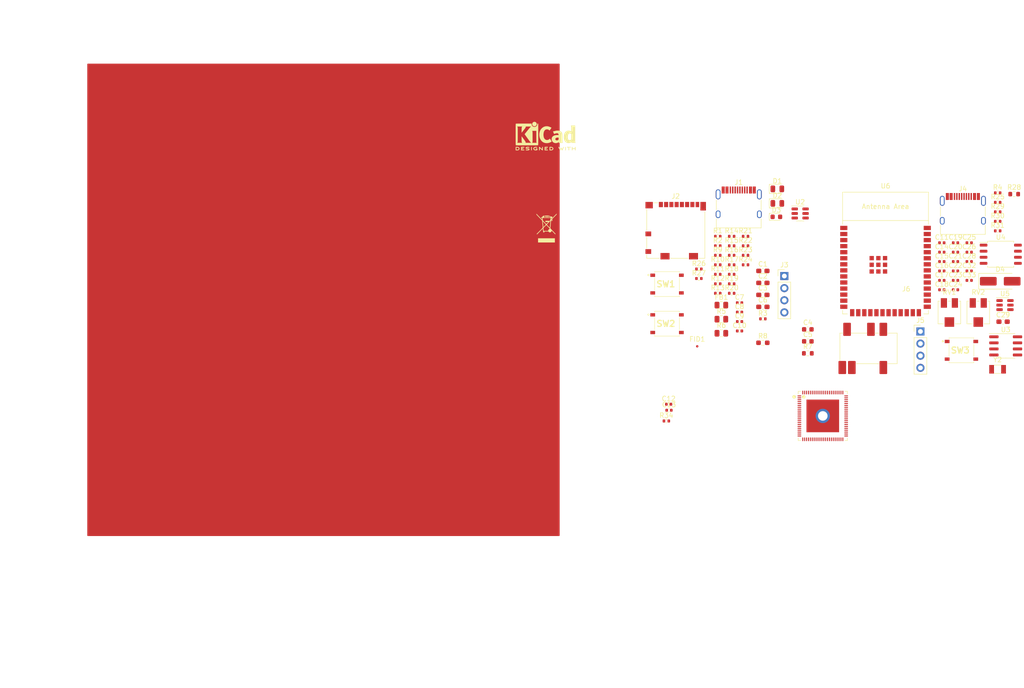
<source format=kicad_pcb>
(kicad_pcb (version 20221018) (generator pcbnew)
  (layers (0 "F.Cu" signal) (1 "In1.Cu" power) (2 "In2.Cu" power) (31 "B.Cu" signal) (34 "B.Paste" user) (35 "F.Paste" user) (36 "B.SilkS" user "B.Silkscreen") (37 "F.SilkS" user "F.Silkscreen") (38 "B.Mask" user) (39 "F.Mask" user) (44 "Edge.Cuts" user))
  (net 0 "")
  (net 1 "/ESP_BOOT")
  (net 2 "Net-(U1B-SVREF)")
  (net 3 "/ENABLE")
  (net 4 "+2V5")
  (net 5 "Net-(J1-SHIELD)")
  (net 6 "+3V3")
  (net 7 "Net-(D1-K)")
  (net 8 "+5V")
  (net 9 "Net-(D2-K)")
  (net 10 "Net-(D3-K)")
  (net 11 "SDA")
  (net 12 "VBUS")
  (net 13 "/cc1")
  (net 14 "D+")
  (net 15 "SCL")
  (net 16 "D-")
  (net 17 "/CARD_DETECT_in")
  (net 19 "/cc2")
  (net 21 "/DATA_2")
  (net 22 "/DATA_3")
  (net 23 "/CMD")
  (net 24 "/CLK")
  (net 25 "+1V1")
  (net 26 "Net-(D4-K)")
  (net 27 "/ESP_EN")
  (net 28 "Net-(U3-OSCO)")
  (net 29 "Net-(U3-OSCI)")
  (net 30 "Net-(D4-A)")
  (net 32 "/DATA_0")
  (net 33 "/DATA_1")
  (net 34 "/CARD_DETECT")
  (net 39 "/cc1_1")
  (net 40 "D2+")
  (net 41 "/SD_CMD")
  (net 42 "/SD_D3")
  (net 43 "/SD_D2")
  (net 44 "/SD_CLK")
  (net 45 "/SD_D0")
  (net 46 "/SD_D1")
  (net 47 "D1-")
  (net 49 "/cc2_1")
  (net 52 "Net-(U1A-HPR)")
  (net 53 "/I2C1_SCL")
  (net 54 "/I2C1_SDA")
  (net 55 "/I2S_MCLK")
  (net 57 "GND")
  (net 63 "/I2S_BCLK")
  (net 64 "/I2S_LRCK")
  (net 66 "Net-(U1A-HPCOM)")
  (net 67 "Net-(U1A-MICIN)")
  (net 68 "Net-(U1A-HPL)")
  (net 69 "/I2S_DIN")
  (net 70 "/I2S_DOUT")
  (net 71 "/PD12")
  (net 72 "/PD13")
  (net 73 "/PD14")
  (net 74 "Net-(J6-PadTN)")
  (net 75 "/VRA1")
  (net 76 "/PD17")
  (net 77 "/PD18")
  (net 78 "/PD19")
  (net 79 "/PD20")
  (net 80 "/PD21")
  (net 81 "/SPI0_CLK")
  (net 82 "/SPI0_CS")
  (net 83 "/SPI0_MISO")
  (net 84 "/SPI0_MOSI")
  (net 85 "/SPI1_MISO")
  (net 86 "/SPI1_CLK")
  (net 87 "/SPI1_MOSI")
  (net 88 "/SPI1_CS")
  (net 89 "/VRA2")
  (net 92 "Net-(U1A-HPCOMFB)")
  (net 100 "UART0_TX")
  (net 101 "UART0_RX")
  (net 108 "Net-(U1A-FMINL)")
  (net 109 "Net-(U1A-FMINR)")
  (net 110 "Net-(U1A-LINL)")
  (footprint "Capacitor_SMD:C_0402_1005Metric" (layer "F.Cu") (at 232.46 97.89)
    (fp_text reference "C24" (at 0 -1.16) (layer "F.SilkS"))
    (fp_text value "2u2")
    (pad "1" smd roundrect (at -0.48 0) (size 0.56 0.62) (layers "F.Cu" "F.Paste" "F.Mask") (net 6 "+3V3"))
    (pad "2" smd roundrect (at 0.48 0) (size 0.56 0.62) (layers "F.Cu" "F.Paste" "F.Mask") (net 57 "GND"))
  )
  (footprint "Resistor_SMD:R_0402_1005Metric" (layer "F.Cu") (at 188.46 92.66)
    (fp_text reference "R24" (at 0 -1.17) (layer "F.SilkS"))
    (fp_text value "5k1")
    (pad "1" smd roundrect (at -0.51 0) (size 0.54 0.64) (layers "F.Cu" "F.Paste" "F.Mask") (net 6 "+3V3"))
    (pad "2" smd roundrect (at 0.51 0) (size 0.54 0.64) (layers "F.Cu" "F.Paste" "F.Mask") (net 11 "SDA"))
  )
  (footprint "Package_TO_SOT_SMD:SOT-23-6" (layer "F.Cu") (at 199.9 81.9)
    (fp_text reference "U2" (at 0 -2.4) (layer "F.SilkS"))
    (fp_text value "SRV05-4")
    (pad "1" smd roundrect (at -1.1375 -0.95) (size 1.325 0.6) (layers "F.Cu" "F.Paste" "F.Mask") (net 14 "D+"))
    (pad "2" smd roundrect (at -1.1375 0) (size 1.325 0.6) (layers "F.Cu" "F.Paste" "F.Mask") (net 57 "GND"))
    (pad "3" smd roundrect (at -1.1375 0.95) (size 1.325 0.6) (layers "F.Cu" "F.Paste" "F.Mask"))
    (pad "4" smd roundrect (at 1.1375 0.95) (size 1.325 0.6) (layers "F.Cu" "F.Paste" "F.Mask"))
    (pad "5" smd roundrect (at 1.1375 0) (size 1.325 0.6) (layers "F.Cu" "F.Paste" "F.Mask") (net 12 "VBUS"))
    (pad "6" smd roundrect (at 1.1375 -0.95) (size 1.325 0.6) (layers "F.Cu" "F.Paste" "F.Mask") (net 16 "D-"))
  )
  (footprint "Resistor_SMD:R_0805_2012Metric" (layer "F.Cu") (at 183.39 107)
    (fp_text reference "R6" (at 0 -1.65) (layer "F.SilkS"))
    (fp_text value "1k")
    (pad "1" smd roundrect (at -0.9125 0) (size 1.025 1.4) (layers "F.Cu" "F.Paste" "F.Mask") (roundrect_rratio 0.243902) (net 9 "Net-(D2-K)"))
    (pad "2" smd roundrect (at 0.9125 0) (size 1.025 1.4) (layers "F.Cu" "F.Paste" "F.Mask") (roundrect_rratio 0.243902) (net 57 "GND"))
  )
  (footprint "Capacitor_SMD:C_0402_1005Metric" (layer "F.Cu") (at 232.46 88.04)
    (fp_text reference "C19" (at 0 -1.16) (layer "F.SilkS"))
    (fp_text value "2u2")
    (pad "1" smd roundrect (at -0.48 0) (size 0.56 0.62) (layers "F.Cu" "F.Paste" "F.Mask") (net 25 "+1V1"))
    (pad "2" smd roundrect (at 0.48 0) (size 0.56 0.62) (layers "F.Cu" "F.Paste" "F.Mask") (net 57 "GND"))
  )
  (footprint "Resistor_SMD:R_0805_2012Metric" (layer "F.Cu") (at 183.39 101.1)
    (fp_text reference "FB1" (at 0 -1.65) (layer "F.SilkS"))
    (fp_text value "FerriteBead_Small")
    (pad "1" smd roundrect (at -0.9125 0) (size 1.025 1.4) (layers "F.Cu" "F.Paste" "F.Mask") (roundrect_rratio 0.243902) (net 8 "+5V"))
    (pad "2" smd roundrect (at 0.9125 0) (size 1.025 1.4) (layers "F.Cu" "F.Paste" "F.Mask") (roundrect_rratio 0.243902) (net 12 "VBUS"))
  )
  (footprint "Resistor_SMD:R_0402_1005Metric" (layer "F.Cu") (at 185.55 98.63)
    (fp_text reference "R20" (at 0 -1.17) (layer "F.SilkS"))
    (fp_text value "10")
    (pad "1" smd roundrect (at -0.51 0) (size 0.54 0.64) (layers "F.Cu" "F.Paste" "F.Mask") (net 23 "/CMD"))
    (pad "2" smd roundrect (at 0.51 0) (size 0.54 0.64) (layers "F.Cu" "F.Paste" "F.Mask") (net 41 "/SD_CMD"))
  )
  (footprint "Potentiometer_SMD:Potentiometer_Bourns_3314J_Vertical" (layer "F.Cu") (at 237.23 102.65)
    (fp_text reference "RV2" (at 0 -4.25) (layer "F.SilkS"))
    (fp_text value "10k")
    (pad "1" smd rect (at 1.15 -2) (size 1.3 2) (layers "F.Cu" "F.Paste" "F.Mask") (net 6 "+3V3"))
    (pad "2" smd rect (at 0 2) (size 2 2) (layers "F.Cu" "F.Paste" "F.Mask") (net 89 "/VRA2"))
    (pad "3" smd rect (at -1.15 -2) (size 1.3 2) (layers "F.Cu" "F.Paste" "F.Mask") (net 57 "GND"))
  )
  (footprint "Capacitor_SMD:C_0603_1608Metric" (layer "F.Cu") (at 201.51 106.19)
    (fp_text reference "C4" (at 0 -1.43) (layer "F.SilkS"))
    (fp_text value "10u")
    (pad "1" smd roundrect (at -0.775 0) (size 0.9 0.95) (layers "F.Cu" "F.Paste" "F.Mask") (net 6 "+3V3"))
    (pad "2" smd roundrect (at 0.775 0) (size 0.9 0.95) (layers "F.Cu" "F.Paste" "F.Mask") (net 57 "GND"))
  )
  (footprint "Capacitor_SMD:C_0402_1005Metric" (layer "F.Cu") (at 229.59 90.01)
    (fp_text reference "C14" (at 0 -1.16) (layer "F.SilkS"))
    (fp_text value "2u2")
    (pad "1" smd roundrect (at -0.48 0) (size 0.56 0.62) (layers "F.Cu" "F.Paste" "F.Mask") (net 4 "+2V5"))
    (pad "2" smd roundrect (at 0.48 0) (size 0.56 0.62) (layers "F.Cu" "F.Paste" "F.Mask") (net 57 "GND"))
  )
  (footprint "Symbol:WEEE-Logo_4.2x6mm_SilkScreen" (layer "F.Cu") (at 146.747475 84.957233)
    (fp_text reference "FID3" hide)
    (fp_text value "Fiducial" hide)
  )
  (footprint "Capacitor_SMD:C_0402_1005Metric" (layer "F.Cu") (at 232.46 91.98)
    (fp_text reference "C21" (at 0 -1.16) (layer "F.SilkS"))
    (fp_text value "2u2")
    (pad "1" smd roundrect (at -0.48 0) (size 0.56 0.62) (layers "F.Cu" "F.Paste" "F.Mask") (net 6 "+3V3"))
    (pad "2" smd roundrect (at 0.48 0) (size 0.56 0.62) (layers "F.Cu" "F.Paste" "F.Mask") (net 57 "GND"))
  )
  (footprint "Capacitor_SMD:C_0603_1608Metric_Pad1.08x0.95mm_HandSolder" (layer "F.Cu") (at 192.09 98.96)
    (fp_text reference "C3" (at 0 -1.43) (layer "F.SilkS"))
    (fp_text value "15p")
    (pad "1" smd roundrect (at -0.8625 0) (size 1.075 0.95) (layers "F.Cu" "F.Paste" "F.Mask") (net 5 "Net-(J1-SHIELD)"))
    (pad "2" smd roundrect (at 0.8625 0) (size 1.075 0.95) (layers "F.Cu" "F.Paste" "F.Mask") (net 57 "GND"))
  )
  (footprint "Resistor_SMD:R_0402_1005Metric" (layer "F.Cu") (at 241.3 85.54)
    (fp_text reference "R31" (at 0 -1.17) (layer "F.SilkS"))
    (fp_text value "10k")
    (pad "1" smd roundrect (at -0.51 0) (size 0.54 0.64) (layers "F.Cu" "F.Paste" "F.Mask") (net 6 "+3V3"))
    (pad "2" smd roundrect (at 0.51 0) (size 0.54 0.64) (layers "F.Cu" "F.Paste" "F.Mask") (net 27 "/ESP_EN"))
  )
  (footprint "Resistor_SMD:R_0603_1608Metric" (layer "F.Cu") (at 244.76 77.84)
    (fp_text reference "R28" (at 0 -1.43) (layer "F.SilkS"))
    (fp_text value "390")
    (pad "1" smd roundrect (at -0.825 0) (size 0.8 0.95) (layers "F.Cu" "F.Paste" "F.Mask") (net 30 "Net-(D4-A)"))
    (pad "2" smd roundrect (at 0.825 0) (size 0.8 0.95) (layers "F.Cu" "F.Paste" "F.Mask") (net 8 "+5V"))
  )
  (footprint "Capacitor_SMD:C_0402_1005Metric" (layer "F.Cu") (at 229.59 88.04)
    (fp_text reference "C11" (at 0 -1.16) (layer "F.SilkS"))
    (fp_text value "2u2")
    (pad "1" smd roundrect (at -0.48 0) (size 0.56 0.62) (layers "F.Cu" "F.Paste" "F.Mask") (net 4 "+2V5"))
    (pad "2" smd roundrect (at 0.48 0) (size 0.56 0.62) (layers "F.Cu" "F.Paste" "F.Mask") (net 57 "GND"))
  )
  (footprint "Fiducial:Fiducial_0.5mm_Mask1mm" (layer "F.Cu") (at 178.33 109.74)
    (fp_text reference "FID1" (at 0 -1.5) (layer "F.SilkS"))
    (fp_text value "Fiducial")
    (pad "" smd circle (at 0 0) (size 0.5 0.5) (layers "F.Cu" "F.Mask") (clearance 0.25))
  )
  (footprint "Capacitor_SMD:C_0402_1005Metric" (layer "F.Cu") (at 187.2 106.52)
    (fp_text reference "C10" (at 0 -1.16) (layer "F.SilkS"))
    (fp_text value "2u2")
    (pad "1" smd roundrect (at -0.48 0) (size 0.56 0.62) (layers "F.Cu" "F.Paste" "F.Mask") (net 6 "+3V3"))
    (pad "2" smd roundrect (at 0.48 0) (size 0.56 0.62) (layers "F.Cu" "F.Paste" "F.Mask") (net 57 "GND"))
  )
  (footprint "Resistor_SMD:R_0402_1005Metric" (layer "F.Cu") (at 182.64 96.64)
    (fp_text reference "R12" (at 0 -1.17) (layer "F.SilkS"))
    (fp_text value "10k")
    (pad "1" smd roundrect (at -0.51 0) (size 0.54 0.64) (layers "F.Cu" "F.Paste" "F.Mask") (net 22 "/DATA_3"))
    (pad "2" smd roundrect (at 0.51 0) (size 0.54 0.64) (layers "F.Cu" "F.Paste" "F.Mask") (net 6 "+3V3"))
  )
  (footprint "Crystal:Crystal_SMD_3215-2Pin_3.2x1.5mm" (layer "F.Cu") (at 241.28 114.55)
    (fp_text reference "Y2" (at 0 -2) (layer "F.SilkS"))
    (fp_text value "Crystal")
    (pad "1" smd rect (at 1.25 0) (size 1 1.8) (layers "F.Cu" "F.Paste" "F.Mask") (net 29 "Net-(U3-OSCI)"))
    (pad "2" smd rect (at -1.25 0) (size 1 1.8) (layers "F.Cu" "F.Paste" "F.Mask") (net 28 "Net-(U3-OSCO)"))
  )
  (footprint "Resistor_SMD:R_0402_1005Metric" (layer "F.Cu") (at 188.46 86.69)
    (fp_text reference "R21" (at 0 -1.17) (layer "F.SilkS"))
    (fp_text value "10")
    (pad "1" smd roundrect (at -0.51 0) (size 0.54 0.64) (layers "F.Cu" "F.Paste" "F.Mask") (net 24 "/CLK"))
    (pad "2" smd roundrect (at 0.51 0) (size 0.54 0.64) (layers "F.Cu" "F.Paste" "F.Mask") (net 44 "/SD_CLK"))
  )
  (footprint "Capacitor_SMD:C_0603_1608Metric_Pad1.08x0.95mm_HandSolder" (layer "F.Cu") (at 192.09 101.47)
    (fp_text reference "C6" (at 0 -1.43) (layer "F.SilkS"))
    (fp_text value "1u")
    (pad "1" smd roundrect (at -0.8625 0) (size 1.075 0.95) (layers "F.Cu" "F.Paste" "F.Mask") (net 57 "GND"))
    (pad "2" smd roundrect (at 0.8625 0) (size 1.075 0.95) (layers "F.Cu" "F.Paste" "F.Mask") (net 6 "+3V3"))
  )
  (footprint "Resistor_SMD:R_0402_1005Metric" (layer "F.Cu") (at 182.64 88.68)
    (fp_text reference "R2" (at 0 -1.17) (layer "F.SilkS"))
    (fp_text value "5k1")
    (pad "1" smd roundrect (at -0.51 0) (size 0.54 0.64) (layers "F.Cu" "F.Paste" "F.Mask") (net 19 "/cc2"))
    (pad "2" smd roundrect (at 0.51 0) (size 0.54 0.64) (layers "F.Cu" "F.Paste" "F.Mask") (net 57 "GND"))
  )
  (footprint "Package_SO:SOIC-8_5.23x5.23mm_P1.27mm" (layer "F.Cu") (at 241.94 90.44)
    (fp_text reference "U4" (at 0 -3.56) (layer "F.SilkS"))
    (fp_text value "W25Q128JVS")
    (pad "1" smd roundrect (at -3.6 -1.905) (size 1.6 0.6) (layers "F.Cu" "F.Paste" "F.Mask") (net 88 "/SPI1_CS"))
    (pad "2" smd roundrect (at -3.6 -0.635) (size 1.6 0.6) (layers "F.Cu" "F.Paste" "F.Mask") (net 85 "/SPI1_MISO"))
    (pad "3" smd roundrect (at -3.6 0.635) (size 1.6 0.6) (layers "F.Cu" "F.Paste" "F.Mask"))
    (pad "4" smd roundrect (at -3.6 1.905) (size 1.6 0.6) (layers "F.Cu" "F.Paste" "F.Mask") (net 57 "GND"))
    (pad "5" smd roundrect (at 3.6 1.905) (size 1.6 0.6) (layers "F.Cu" "F.Paste" "F.Mask") (net 87 "/SPI1_MOSI"))
    (pad "6" smd roundrect (at 3.6 0.635) (size 1.6 0.6) (layers "F.Cu" "F.Paste" "F.Mask") (net 86 "/SPI1_CLK"))
    (pad "7" smd roundrect (at 3.6 -0.635) (size 1.6 0.6) (layers "F.Cu" "F.Paste" "F.Mask"))
    (pad "8" smd roundrect (at 3.6 -1.905) (size 1.6 0.6) (layers "F.Cu" "F.Paste" "F.Mask") (net 6 "+3V3"))
  )
  (footprint "Resistor_SMD:R_0402_1005Metric" (layer "F.Cu") (at 185.55 96.64)
    (fp_text reference "R19" (at 0 -1.17) (layer "F.SilkS"))
    (fp_text value "10")
    (pad "1" smd roundrect (at -0.51 0) (size 0.54 0.64) (layers "F.Cu" "F.Paste" "F.Mask") (net 22 "/DATA_3"))
    (pad "2" smd roundrect (at 0.51 0) (size 0.54 0.64) (layers "F.Cu" "F.Paste" "F.Mask") (net 42 "/SD_D3"))
  )
  (footprint "Capacitor_SMD:C_0603_1608Metric_Pad1.08x0.95mm_HandSolder" (layer "F.Cu") (at 192.09 96.45)
    (fp_text reference "C2" (at 0 -1.43) (layer "F.SilkS"))
    (fp_text value "100n")
    (pad "1" smd roundrect (at -0.8625 0) (size 1.075 0.95) (layers "F.Cu" "F.Paste" "F.Mask") (net 1 "/ESP_BOOT"))
    (pad "2" smd roundrect (at 0.8625 0) (size 1.075 0.95) (layers "F.Cu" "F.Paste" "F.Mask") (net 57 "GND"))
  )
  (footprint "Connector_USB:USB_C_Receptacle_HRO_TYPE-C-31-M-12" (layer "F.Cu") (at 187.03 81.02)
    (fp_text reference "J1" (at 0 -5.645) (layer "F.SilkS"))
    (fp_text value "USB_C_Receptacle")
    (pad "" np_thru_hole circle (at -2.89 -2.6) (size 0.65 0.65) (drill 0.65) (layers "*.Cu" "*.Mask"))
    (pad "" np_thru_hole circle (at 2.89 -2.6) (size 0.65 0.65) (drill 0.65) (layers "*.Cu" "*.Mask"))
    (pad "A1" smd rect (at -3.25 -4.045) (size 0.6 1.45) (layers "F.Cu" "F.Paste" "F.Mask") (net 57 "GND"))
    (pad "A4" smd rect (at -2.45 -4.045) (size 0.6 1.45) (layers "F.Cu" "F.Paste" "F.Mask") (net 12 "VBUS"))
    (pad "A5" smd rect (at -1.25 -4.045) (size 0.3 1.45) (layers "F.Cu" "F.Paste" "F.Mask") (net 13 "/cc1"))
    (pad "A6" smd rect (at -0.25 -4.045) (size 0.3 1.45) (layers "F.Cu" "F.Paste" "F.Mask") (net 14 "D+"))
    (pad "A7" smd rect (at 0.25 -4.045) (size 0.3 1.45) (layers "F.Cu" "F.Paste" "F.Mask") (net 16 "D-"))
    (pad "A8" smd rect (at 1.25 -4.045) (size 0.3 1.45) (layers "F.Cu" "F.Paste" "F.Mask"))
    (pad "A9" smd rect (at 2.45 -4.045) (size 0.6 1.45) (layers "F.Cu" "F.Paste" "F.Mask") (net 12 "VBUS"))
    (pad "A12" smd rect (at 3.25 -4.045) (size 0.6 1.45) (layers "F.Cu" "F.Paste" "F.Mask") (net 57 "GND"))
    (pad "B1" smd rect (at 3.25 -4.045) (size 0.6 1.45) (layers "F.Cu" "F.Paste" "F.Mask") (net 57 "GND"))
    (pad "B4" smd rect (at 2.45 -4.045) (size 0.6 1.45) (layers "F.Cu" "F.Paste" "F.Mask") (net 12 "VBUS"))
    (pad "B5" smd rect (at 1.75 -4.045) (size 0.3 1.45) (layers "F.Cu" "F.Paste" "F.Mask") (net 19 "/cc2"))
    (pad "B6" smd rect (at 0.75 -4.045) (size 0.3 1.45) (layers "F.Cu" "F.Paste" "F.Mask") (net 14 "D+"))
    (pad "B7" smd rect (at -0.75 -4.045) (size 0.3 1.45) (layers "F.Cu" "F.Paste" "F.Mask") (net 16 "D-"))
    (pad "B8" smd rect (at -1.75 -4.045) (size 0.3 1.45) (layers "F.Cu" "F.Paste" "F.Mask"))
    (pad "B9" smd rect (at -2.45 -4.045) (size 0.6 1.45) (layers "F.Cu" "F.Paste" "F.Mask") (net 12 "VBUS"))
    (pad "B12" smd rect (at -3.25 -4.045) (size 0.6 1.45) (layers "F.Cu" "F.Paste" "F.Mask") (net 57 "GND"))
    (pad "S1" thru_hole oval (at -4.32 -3.13) (size 1 2.1) (drill oval 0.6 1.7) (layers "*.Cu" "*.Mask") (net 5 "Net-(J1-SHIELD)"))
    (pad "S1" thru_hole oval (at -4.32 1.05) (size 1 1.6) (drill oval 0.6 1.2) (layers "*.Cu" "*.Mask") (net 5 "Net-(J1-SHIELD)"))
    (pad "S1" thru_hole oval (at 4.32 -3.13) (size 1 2.1) (drill oval 0.6 1.7) (layers "*.Cu" "*.Mask") (net 5 "Net-(J1-SHIELD)"))
    (pad "S1" thru_hole oval (at 4.32 1.05) (size 1 1.6) (drill oval 0.6 1.2) (layers "*.Cu" "*.Mask") (net 5 "Net-(J1-SHIELD)"))
  )
  (footprint "Resistor_SMD:R_0402_1005Metric" (layer "F.Cu") (at 241.3 79.57)
    (fp_text reference "R25" (at 0 -1.17) (layer "F.SilkS"))
    (fp_text value "5k1")
    (pad "1" smd roundrect (at -0.51 0) (size 0.54 0.64) (layers "F.Cu" "F.Paste" "F.Mask") (net 49 "/cc2_1"))
    (pad "2" smd roundrect (at 0.51 0) (size 0.54 0.64) (layers "F.Cu" "F.Paste" "F.Mask") (net 57 "GND"))
  )
  (footprint "SamacSys_Parts:PTS526SK15SMTR2LFS" (layer "F.Cu") (at 172.005 104.995)
    (fp_text reference "SW2" (at -0.25 0) (layer "F.SilkS") (effects (font (size 1.27 1.27) (thickness 0.254))))
    (fp_text value "MCU_RESET" hide)
    (pad "1" smd rect (at -3 -1.85 90) (size 0.7 1) (layers "F.Cu" "F.Paste" "F.Mask") (net 1 "/ESP_BOOT"))
    (pad "1" smd rect (at 3 -1.85 90) (size 0.7 1) (layers "F.Cu" "F.Paste" "F.Mask") (net 1 "/ESP_BOOT"))
    (pad "2" smd rect (at -3 1.85 90) (size 0.7 1) (layers "F.Cu" "F.Paste" "F.Mask") (net 57 "GND"))
    (pad "2" smd rect (at 3 1.85 90) (size 0.7 1) (layers "F.Cu" "F.Paste" "F.Mask") (net 57 "GND"))
  )
  (footprint "LED_SMD:LED_0805_2012Metric" (layer "F.Cu") (at 195.12 76.745)
    (fp_text reference "D1" (at 0 -1.65) (layer "F.SilkS"))
    (fp_text value "green")
    (pad "1" smd roundrect (at -0.9375 0) (size 0.975 1.4) (layers "F.Cu" "F.Paste" "F.Mask") (net 7 "Net-(D1-K)"))
    (pad "2" smd roundrect (at 0.9375 0) (size 0.975 1.4) (layers "F.Cu" "F.Paste" "F.Mask") (net 8 "+5V"))
  )
  (footprint "Capacitor_SMD:C_0402_1005Metric" (layer "F.Cu") (at 229.59 95.92)
    (fp_text reference "C17" (at 0 -1.16) (layer "F.SilkS"))
    (fp_text value "2u2")
    (pad "1" smd roundrect (at -0.48 0) (size 0.56 0.62) (layers "F.Cu" "F.Paste" "F.Mask") (net 25 "+1V1"))
    (pad "2" smd roundrect (at 0.48 0) (size 0.56 0.62) (layers "F.Cu" "F.Paste" "F.Mask") (net 57 "GND"))
  )
  (footprint "Capacitor_SMD:C_0402_1005Metric" (layer "F.Cu") (at 235.33 90.01)
    (fp_text reference "C26" (at 0 -1.16) (layer "F.SilkS"))
    (fp_text value "2u2")
    (pad "1" smd roundrect (at -0.48 0) (size 0.56 0.62) (layers "F.Cu" "F.Paste" "F.Mask") (net 26 "Net-(D4-K)"))
    (pad "2" smd roundrect (at 0.48 0) (size 0.56 0.62) (layers "F.Cu" "F.Paste" "F.Mask") (net 57 "GND"))
  )
  (footprint "Resistor_SMD:R_0402_1005Metric" (layer "F.Cu") (at 185.55 92.66)
    (fp_text reference "R17" (at 0 -1.17) (layer "F.SilkS"))
    (fp_text value "10")
    (pad "1" smd roundrect (at -0.51 0) (size 0.54 0.64) (layers "F.Cu" "F.Paste" "F.Mask") (net 33 "/DATA_1"))
    (pad "2" smd roundrect (at 0.51 0) (size 0.54 0.64) (layers "F.Cu" "F.Paste" "F.Mask") (net 46 "/SD_D1"))
  )
  (footprint "Capacitor_SMD:C_0402_1005Metric" (layer "F.Cu") (at 229.59 91.98)
    (fp_text reference "C15" (at 0 -1.16) (layer "F.SilkS"))
    (fp_text value "2u2")
    (pad "1" smd roundrect (at -0.48 0) (size 0.56 0.62) (layers "F.Cu" "F.Paste" "F.Mask") (net 4 "+2V5"))
    (pad "2" smd roundrect (at 0.48 0) (size 0.56 0.62) (layers "F.Cu" "F.Paste" "F.Mask") (net 57 "GND"))
  )
  (footprint "Capacitor_SMD:C_0402_1005Metric" (layer "F.Cu") (at 229.59 97.89)
    (fp_text reference "C18" (at 0 -1.16) (layer "F.SilkS"))
    (fp_text value "2u2")
    (pad "1" smd roundrect (at -0.48 0) (size 0.56 0.62) (layers "F.Cu" "F.Paste" "F.Mask") (net 25 "+1V1"))
    (pad "2" smd roundrect (at 0.48 0) (size 0.56 0.62) (layers "F.Cu" "F.Paste" "F.Mask") (net 57 "GND"))
  )
  (footprint "Capacitor_SMD:C_0603_1608Metric_Pad1.08x0.95mm_HandSolder" (layer "F.Cu") (at 192.09 93.94)
    (fp_text reference "C1" (at 0 -1.43) (layer "F.SilkS"))
    (fp_text value "100n")
    (pad "1" smd roundrect (at -0.8625 0) (size 1.075 0.95) (layers "F.Cu" "F.Paste" "F.Mask") (net 57 "GND"))
    (pad "2" smd roundrect (at 0.8625 0) (size 1.075 0.95) (layers "F.Cu" "F.Paste" "F.Mask") (net 3 "/ENABLE"))
  )
  (footprint "Resistor_SMD:R_0402_1005Metric" (layer "F.Cu") (at 171.865 125.385)
    (fp_text reference "R34" (at 0 -1.17) (layer "F.SilkS"))
    (fp_text value "10k")
    (pad "1" smd roundrect (at -0.51 0) (size 0.54 0.64) (layers "F.Cu" "F.Paste" "F.Mask") (net 6 "+3V3"))
    (pad "2" smd roundrect (at 0.51 0) (size 0.54 0.64) (layers "F.Cu" "F.Paste" "F.Mask") (net 3 "/ENABLE"))
  )
  (footprint "Resistor_SMD:R_0603_1608Metric_Pad0.98x0.95mm_HandSolder" (layer "F.Cu") (at 192.09 109)
    (fp_text reference "R8" (at 0 -1.43) (layer "F.SilkS"))
    (fp_text value "1Meg")
    (pad "1" smd roundrect (at -0.9125 0) (size 0.975 0.95) (layers "F.Cu" "F.Paste" "F.Mask") (net 57 "GND"))
    (pad "2" smd roundrect (at 0.9125 0) (size 0.975 0.95) (layers "F.Cu" "F.Paste" "F.Mask") (net 5 "Net-(J1-SHIELD)"))
  )
  (footprint "Resistor_SMD:R_0402_1005Metric" (layer "F.Cu") (at 182.64 92.66)
    (fp_text reference "R10" (at 0 -1.17) (layer "F.SilkS"))
    (fp_text value "10k")
    (pad "1" smd roundrect (at -0.51 0) (size 0.54 0.64) (layers "F.Cu" "F.Paste" "F.Mask") (net 33 "/DATA_1"))
    (pad "2" smd roundrect (at 0.51 0) (size 0.54 0.64) (layers "F.Cu" "F.Paste" "F.Mask") (net 6 "+3V3"))
  )
  (footprint "Symbol:KiCad-Logo2_5mm_SilkScreen" (layer "F.Cu") (at 146.56187 65.672424)
    (fp_text reference "FID2" hide)
    (fp_text value "Fiducial" hide)
  )
  (footprint "Potentiometer_SMD:Potentiometer_Bourns_3314J_Vertical" (layer "F.Cu") (at 231.18 102.65)
    (fp_text reference "RV1" (at 0 -4.25) (layer "F.SilkS"))
    (fp_text value "10k")
    (pad "1" smd rect (at 1.15 -2) (size 1.3 2) (layers "F.Cu" "F.Paste" "F.Mask") (net 57 "GND"))
    (pad "2" smd rect (at 0 2) (size 2 2) (layers "F.Cu" "F.Paste" "F.Mask") (net 75 "/VRA1"))
    (pad "3" smd rect (at -1.15 -2) (size 1.3 2) (layers "F.Cu" "F.Paste" "F.Mask") (net 6 "+3V3"))
  )
  (footprint "Resistor_SMD:R_0402_1005Metric" (layer "F.Cu") (at 185.55 86.69)
    (fp_text reference "R14" (at 0 -1.17) (layer "F.SilkS"))
    (fp_text value "10k")
    (pad "1" smd roundrect (at -0.51 0) (size 0.54 0.64) (layers "F.Cu" "F.Paste" "F.Mask") (net 24 "/CLK"))
    (pad "2" smd roundrect (at 0.51 0) (size 0.54 0.64) (layers "F.Cu" "F.Paste" "F.Mask") (net 6 "+3V3"))
  )
  (footprint "Package_SO:SOIC-8_3.9x4.9mm_P1.27mm" (layer "F.Cu") (at 242.98 109.65)
    (fp_text reference "U3" (at 0 -3.4) (layer "F.SilkS"))
    (fp_text value "PCF8563T")
    (pad "1" smd roundrect (at -2.475 -1.905) (size 1.95 0.6) (layers "F.Cu" "F.Paste" "F.Mask") (net 29 "Net-(U3-OSCI)"))
    (pad "2" smd roundrect (at -2.475 -0.635) (size 1.95 0.6) (layers "F.Cu" "F.Paste" "F.Mask") (net 28 "Net-(U3-OSCO)"))
    (pad "3" smd roundrect (at -2.475 0.635) (size 1.95 0.6) (layers "F.Cu" "F.Paste" "F.Mask"))
    (pad "4" smd roundrect (at -2.475 1.905) (size 1.95 0.6) (layers "F.Cu" "F.Paste" "F.Mask") (net 57 "GND"))
    (pad "5" smd roundrect (at 2.475 1.905) (size 1.95 0.6) (layers "F.Cu" "F.Paste" "F.Mask") (net 11 "SDA"))
    (pad "6" smd roundrect (at 2.475 0.635) (size 1.95 0.6) (layers "F.Cu" "F.Paste" "F.Mask") (net 15 "SCL"))
    (pad "7" smd roundrect (at 2.475 -0.635) (size 1.95 0.6) (layers "F.Cu" "F.Paste" "F.Mask"))
    (pad "8" smd roundrect (at 2.475 -1.905) (size 1.95 0.6) (layers "F.Cu" "F.Paste" "F.Mask") (net 26 "Net-(D4-K)"))
  )
  (footprint "Capacitor_SMD:C_0603_1608Metric" (layer "F.Cu") (at 201.51 108.7)
    (fp_text reference "C5" (at 0 -1.43) (layer "F.SilkS"))
    (fp_text value "10u")
    (pad "1" smd roundrect (at -0.775 0) (size 0.9 0.95) (layers "F.Cu" "F.Paste" "F.Mask") (net 6 "+3V3"))
    (pad "2" smd roundrect (at 0.775 0) (size 0.9 0.95) (layers "F.Cu" "F.Paste" "F.Mask") (net 57 "GND"))
  )
  (footprint "LED_SMD:LED_0603_1608Metric" (layer "F.Cu") (at 194.92 82.6)
    (fp_text reference "D3" (at 0 -1.43) (layer "F.SilkS"))
    (fp_text value "red")
    (pad "1" smd roundrect (at -0.7875 0) (size 0.875 0.95) (layers "F.Cu" "F.Paste" "F.Mask") (net 10 "Net-(D3-K)"))
    (pad "2" smd roundrect (at 0.7875 0) (size 0.875 0.95) (layers "F.Cu" "F.Paste" "F.Mask") (net 4 "+2V5"))
  )
  (footprint "Resistor_SMD:R_0402_1005Metric" (layer "F.Cu") (at 182.64 94.65)
    (fp_text reference "R11" (at 0 -1.17) (layer "F.SilkS"))
    (fp_text value "10k")
    (pad "1" smd roundrect (at -0.51 0) (size 0.54 0.64) (layers "F.Cu" "F.Paste" "F.Mask") (net 21 "/DATA_2"))
    (pad "2" smd roundrect (at 0.51 0) (size 0.54 0.64) (layers "F.Cu" "F.Paste" "F.Mask") (net 6 "+3V3"))
  )
  (footprint "SamacSys_Parts:PTS526SK15SMTR2LFS" (layer "F.Cu") (at 233.705 110.575)
    (fp_text reference "SW3" (at -0.25 0) (layer "F.SilkS") (effects (font (size 1.27 1.27) (thickness 0.254))))
    (fp_text value "MCU_RESET" hide)
    (pad "1" smd rect (at -3 -1.85 90) (size 0.7 1) (layers "F.Cu" "F.Paste" "F.Mask") (net 27 "/ESP_EN"))
    (pad "1" smd rect (at 3 -1.85 90) (size 0.7 1) (layers "F.Cu" "F.Paste" "F.Mask") (net 27 "/ESP_EN"))
    (pad "2" smd rect (at -3 1.85 90) (size 0.7 1) (layers "F.Cu" "F.Paste" "F.Mask") (net 57 "GND"))
    (pad "2" smd rect (at 3 1.85 90) (size 0.7 1) (layers "F.Cu" "F.Paste" "F.Mask") (net 57 "GND"))
  )
  (footprint "Resistor_SMD:R_0402_1005Metric" (layer "F.Cu") (at 188.46 88.68)
    (fp_text reference "R22" (at 0 -1.17) (layer "F.SilkS"))
    (fp_text value "10")
    (pad "1" smd roundrect (at -0.51 0) (size 0.54 0.64) (layers "F.Cu" "F.Paste" "F.Mask") (net 34 "/CARD_DETECT"))
    (pad "2" smd roundrect (at 0.51 0) (size 0.54 0.64) (layers "F.Cu" "F.Paste" "F.Mask") (net 17 "/CARD_DETECT_in"))
  )
  (footprint "Capacitor_SMD:C_0402_1005Metric" (layer "F.Cu") (at 229.59 93.95)
    (fp_text reference "C16" (at 0 -1.16) (layer "F.SilkS"))
    (fp_text value "2u2")
    (pad "1" smd roundrect (at -0.48 0) (size 0.56 0.62) (layers "F.Cu" "F.Paste" "F.Mask") (net 4 "+2V5"))
    (pad "2" smd roundrect (at 0.48 0) (size 0.56 0.62) (layers "F.Cu" "F.Paste" "F.Mask") (net 57 "GND"))
  )
  (footprint "Connector_Card:microSD_HC_Molex_104031-0811" (layer "F.Cu") (at 173.82 85.475)
    (fp_text reference "J2" (at 0 -7.18) (layer "F.SilkS"))
    (fp_text value "Micro_SD_Card_Det")
    (pad "1" smd rect (at -3.105 -5.45) (size 0.85 1.1) (layers "F.Cu" "F.Paste" "F.Mask") (net 21 "/DATA_2"))
    (pad "2" smd rect (at -2.005 -5.45) (size 0.85 1.1) (layers "F.Cu" "F.Paste" "F.Mask") (net 22 "/DATA_3"))
    (pad "3" smd rect (at -0.905 -5.45) (size 0.85 1.1) (layers "F.Cu" "F.Paste" "F.Mask") (net 23 "/CMD"))
    (pad "4" smd rect (at 0.195 -5.45) (size 0.85 1.1) (layers "F.Cu" "F.Paste" "F.Mask") (net 6 "+3V3"))
    (pad "5" smd rect (at 1.295 -5.45) (size 0.85 1.1) (layers "F.Cu" "F.Paste" "F.Mask") (net 24 "/CLK"))
    (pad "6" smd rect (at 2.395 -5.45) (size 0.85 1.1) (layers "F.Cu" "F.Paste" "F.Mask") (net 57 "GND"))
    (pad "7" smd rect (at 3.495 -5.45) (size 0.85 1.1) (layers "F.Cu" "F.Paste" "F.Mask") (net 32 "/DATA_0"))
    (pad "8" smd rect (at 4.545 -5.45) (size 0.75 1.1) (layers "F.Cu" "F.Paste" "F.Mask") (net 33 "/DATA_1"))
    (pad "9" smd rect (at -5.74 0.7) (size 1.2 1) (layers "F.Cu" "F.Paste" "F.Mask") (net 57 "GND"))
    (pad "10" smd rect (at -5.74 4.4) (size 1.2 1) (layers "F.Cu" "F.Paste" "F.Mask") (net 34 "/CARD_DETECT"))
    (pad "11" smd rect (at -5.565 -5.325) (size 1.55 1.35) (layers "F.Cu" "F.Paste" "F.Mask") (net 57 "GND"))
    (pad "11" smd rect (at -2.24 5.375) (size 1.9 1.35) (layers "F.Cu" "F.Paste" "F.Mask") (net 57 "GND"))
    (pad "11" smd rect (at 3.73 5.375) (size 1.9 1.35) (layers "F.Cu" "F.Paste" "F.Mask") (net 57 "GND"))
    (pad "11" smd rect (at 5.755 -5.1) (size 1.17 1.8) (layers "F.Cu" "F.Paste" "F.Mask") (net 57 "GND"))
  )
  (footprint "Capacitor_SMD:C_0402_1005Metric" (layer "F.Cu") (at 232.46 95.92)
    (fp_text reference "C23" (at 0 -1.16) (layer "F.SilkS"))
    (fp_text value "2u2")
    (pad "1" smd roundrect (at -0.48 0) (size 0.56 0.62) (layers "F.Cu" "F.Paste" "F.Mask") (net 4 "+2V5"))
    (pad "2" smd roundrect (at 0.48 0) (size 0.56 0.62) (layers "F.Cu" "F.Paste" "F.Mask") (net 57 "GND"))
  )
  (footprint "Resistor_SMD:R_0402_1005Metric" (layer "F.Cu") (at 188.46 90.67)
    (fp_text reference "R23" (at 0 -1.17) (layer "F.SilkS"))
    (fp_text value "5k1")
    (pad "1" smd roundrect (at -0.51 0) (size 0.54 0.64) (layers "F.Cu" "F.Paste" "F.Mask") (net 6 "+3V3"))
    (pad "2" smd roundrect (at 0.51 0) (size 0.54 0.64) (layers "F.Cu" "F.Paste" "F.Mask") (net 15 "SCL"))
  )
  (footprint "Capacitor_SMD:C_0402_1005Metric" (layer "F.Cu") (at 235.33 91.98)
    (fp_text reference "C28" (at 0 -1.16) (layer "F.SilkS"))
    (fp_text value "2u2")
    (pad "1" smd roundrect (at -0.48 0) (size 0.56 0.62) (layers "F.Cu" "F.Paste" "F.Mask") (net 6 "+3V3"))
    (pad "2" smd roundrect (at 0.48 0) (size 0.56 0.62) (layers "F.Cu" "F.Paste" "F.Mask") (net 57 "GND"))
  )
  (footprint "Z_mycustom_footprint_lib:QFN-88_EP_10x10_Pitch0.4mm" (layer "F.Cu") (at 204.645 124.325)
    (fp_text reference "U1" hide)
    (fp_text value "F1C100s")
    (pad "1" smd oval (at -4.9 -4.2 90) (size 0.2 0.8) (layers "F.Cu" "F.Paste" "F.Mask") (net 68 "Net-(U1A-HPL)"))
    (pad "2" smd oval (at -4.9 -3.8 90) (size 0.2 0.8) (layers "F.Cu" "F.Paste" "F.Mask") (net 92 "Net-(U1A-HPCOMFB)"))
    (pad "3" smd oval (at -4.9 -3.4 90) (size 0.2 0.8) (layers "F.Cu" "F.Paste" "F.Mask") (net 66 "Net-(U1A-HPCOM)"))
    (pad "4" smd oval (at -4.9 -3 90) (size 0.2 0.8) (layers "F.Cu" "F.Paste" "F.Mask") (net 6 "+3V3"))
    (pad "5" smd oval (at -4.9 -2.6 90) (size 0.2 0.8) (layers "F.Cu" "F.Paste" "F.Mask") (net 6 "+3V3"))
    (pad "6" smd oval (at -4.9 -2.2 90) (size 0.2 0.8) (layers "F.Cu" "F.Paste" "F.Mask"))
    (pad "7" smd oval (at -4.9 -1.8 90) (size 0.2 0.8) (layers "F.Cu" "F.Paste" "F.Mask"))
    (pad "8" smd oval (at -4.9 -1.4 90) (size 0.2 0.8) (layers "F.Cu" "F.Paste" "F.Mask"))
    (pad "9" smd oval (at -4.9 -1 90) (size 0.2 0.8) (layers "F.Cu" "F.Paste" "F.Mask"))
    (pad "10" smd oval (at -4.9 -0.6 90) (size 0.2 0.8) (layers "F.Cu" "F.Paste" "F.Mask"))
    (pad "11" smd oval (at -4.9 -0.2 90) (size 0.2 0.8) (layers "F.Cu" "F.Paste" "F.Mask") (net 53 "/I2C1_SCL"))
    (pad "12" smd oval (at -4.9 0.2 90) (size 0.2 0.8) (layers "F.Cu" "F.Paste" "F.Mask") (net 54 "/I2C1_SDA"))
    (pad "13" smd oval (at -4.9 0.6 90) (size 0.2 0.8) (layers "F.Cu" "F.Paste" "F.Mask") (net 55 "/I2S_MCLK"))
    (pad "14" smd oval (at -4.9 1 90) (size 0.2 0.8) (layers "F.Cu" "F.Paste" "F.Mask") (net 63 "/I2S_BCLK"))
    (pad "15" smd oval (at -4.9 1.4 90) (size 0.2 0.8) (layers "F.Cu" "F.Paste" "F.Mask") (net 64 "/I2S_LRCK"))
    (pad "16" smd oval (at -4.9 1.8 90) (size 0.2 0.8) (layers "F.Cu" "F.Paste" "F.Mask") (net 69 "/I2S_DIN"))
    (pad "17" smd oval (at -4.9 2.2 90) (size 0.2 0.8) (layers "F.Cu" "F.Paste" "F.Mask") (net 70 "/I2S_DOUT"))
    (pad "18" smd oval (at -4.9 2.6 90) (size 0.2 0.8) (layers "F.Cu" "F.Paste" "F.Mask") (net 71 "/PD12"))
    (pad "19" smd oval (at -4.9 3 90) (size 0.2 0.8) (layers "F.Cu" "F.Paste" "F.Mask") (net 72 "/PD13"))
    (pad "20" smd oval (at -4.9 3.4 90) (size 0.2 0.8) (layers "F.Cu" "F.Paste" "F.Mask") (net 6 "+3V3"))
    (pad "21" smd oval (at -4.9 3.8 90) (size 0.2 0.8) (layers "F.Cu" "F.Paste" "F.Mask") (net 73 "/PD14"))
    (pad "22" smd oval (at -4.9 4.2 90) (size 0.2 0.8) (layers "F.Cu" "F.Paste" "F.Mask") (net 25 "+1V1"))
    (pad "23" smd oval (at -4.2 4.9) (size 0.2 0.8) (layers "F.Cu" "F.Paste" "F.Mask"))
    (pad "24" smd oval (at -3.8 4.9) (size 0.2 0.8) (layers "F.Cu" "F.Paste" "F.Mask"))
    (pad "25" smd oval (at -3.4 4.9) (size 0.2 0.8) (layers "F.Cu" "F.Paste" "F.Mask") (net 76 "/PD17"))
    (pad "26" smd oval (at -3 4.9) (size 0.2 0.8) (layers "F.Cu" "F.Paste" "F.Mask") (net 77 "/PD18"))
    (pad "27" smd oval (at -2.6 4.9) (size 0.2 0.8) (layers "F.Cu" "F.Paste" "F.Mask") (net 78 "/PD19"))
    (pad "28" smd oval (at -2.2 4.9) (size 0.2 0.8) (layers "F.Cu" "F.Paste" "F.Mask") (net 79 "/PD20"))
    (pad "29" smd oval (at -1.8 4.9) (size 0.2 0.8) (layers "F.Cu" "F.Paste" "F.Mask") (net 80 "/PD21"))
    (pad "30" smd oval (at -1.4 4.9) (size 0.2 0.8) (layers "F.Cu" "F.Paste" "F.Mask") (net 4 "+2V5"))
    (pad "31" smd oval (at -1 4.9) (size 0.2 0.8) (layers "F.Cu" "F.Paste" "F.Mask") (net 4 "+2V5"))
    (pad "32" smd oval (at -0.6 4.9) (size 0.2 0.8) (layers "F.Cu" "F.Paste" "F.Mask") (net 4 "+2V5"))
    (pad "33" smd oval (at -0.2 4.9) (size 0.2 0.8) (layers "F.Cu" "F.Paste" "F.Mask") (net 2 "Net-(U1B-SVREF)"))
    (pad "34" smd oval (at 0.2 4.9) (size 0.2 0.8) (layers "F.Cu" "F.Paste" "F.Mask") (net 4 "+2V5"))
    (pad "35" smd oval (at 0.6 4.9) (size 0.2 0.8) (layers "F.Cu" "F.Paste" "F.Mask") (net 25 "+1V1"))
    (pad "36" smd oval (at 1 4.9) (size 0.2 0.8) (layers "F.Cu" "F.Paste" "F.Mask") (net 4 "+2V5"))
    (pad "37" smd oval (at 1.4 4.9) (size 0.2 0.8) (layers "F.Cu" "F.Paste" "F.Mask") (net 11 "SDA"))
    (pad "38" smd oval (at 1.8 4.9) (size 0.2 0.8) (layers "F.Cu" "F.Paste" "F.Mask") (net 15 "SCL"))
    (pad "39" smd oval (at 2.2 4.9) (size 0.2 0.8) (layers "F.Cu" "F.Paste" "F.Mask") (net 85 "/SPI1_MISO"))
    (pad "40" smd oval (at 2.6 4.9) (size 0.2 0.8) (layers "F.Cu" "F.Paste" "F.Mask") (net 86 "/SPI1_CLK"))
    (pad "41" smd oval (at 3 4.9) (size 0.2 0.8) (layers "F.Cu" "F.Paste" "F.Mask") (net 87 "/SPI1_MOSI"))
    (pad "42" smd oval (at 3.4 4.9) (size 0.2 0.8) (layers "F.Cu" "F.Paste" "F.Mask") (net 88 "/SPI1_CS"))
    (pad "43" smd oval (at 3.8 4.9) (size 0.2 0.8) (layers "F.Cu" "F.Paste" "F.Mask"))
    (pad "44" smd oval (at 4.2 4.9) (size 0.2 0.8) (layers "F.Cu" "F.Paste" "F.Mask"))
    (pad "45" smd oval (at 4.9 4.2 90) (size 0.2 0.8) (layers "F.Cu" "F.Paste" "F.Mask"))
    (pad "46" smd oval (at 4.9 3.8 90) (size 0.2 0.8) (layers "F.Cu" "F.Paste" "F.Mask"))
    (pad "47" smd oval (at 4.9 3.4 90) (size 0.2 0.8) (layers "F.Cu" "F.Paste" "F.Mask"))
    (pad "48" smd oval (at 4.9 3 90) (size 0.2 0.8) (layers "F.Cu" "F.Paste" "F.Mask") (net 100 "UART0_TX"))
    (pad "49" smd oval (at 4.9 2.6 90) (size 0.2 0.8) (layers "F.Cu" "F.Paste" "F.Mask") (net 101 "UART0_RX"))
    (pad "50" smd oval (at 4.9 2.2 90) (size 0.2 0.8) (layers "F.Cu" "F.Paste" "F.Mask") (net 6 "+3V3"))
    (pad "51" smd oval (at 4.9 1.8 90) (size 0.2 0.8) (layers "F.Cu" "F.Paste" "F.Mask"))
    (pad "52" smd oval (at 4.9 1.4 90) (size 0.2 0.8) (layers "F.Cu" "F.Paste" "F.Mask"))
    (pad "53" smd oval (at 4.9 1 90) (size 0.2 0.8) (layers "F.Cu" "F.Paste" "F.Mask") (net 43 "/SD_D2"))
    (pad "54" smd oval (at 4.9 0.6 90) (size 0.2 0.8) (layers "F.Cu" "F.Paste" "F.Mask") (net 42 "/SD_D3"))
    (pad "55" smd oval (at 4.9 0.2 90) (size 0.2 0.8) (layers "F.Cu" "F.Paste" "F.Mask") (net 41 "/SD_CMD"))
    (pad "56" smd oval (at 4.9 -0.2 90) (size 0.2 0.8) (layers "F.Cu" "F.Paste" "F.Mask") (net 44 "/SD_CLK"))
    (pad "57" smd oval (at 4.9 -0.6 90) (size 0.2 0.8) (layers "F.Cu" "F.Paste" "F.Mask") (net 45 "/SD_D0"))
    (pad "58" smd oval (at 4.9 -1 90) (size 0.2 0.8) (layers "F.Cu" "F.Paste" "F.Mask") (net 46 "/SD_D1"))
    (pad "59" smd oval (at 4.9 -1.4 90) (size 0.2 0.8) (layers "F.Cu" "F.Paste" "F.Mask") (net 81 "/SPI0_CLK"))
    (pad "60" smd oval (at 4.9 -1.8 90) (size 0.2 0.8) (layers "F.Cu" "F.Paste" "F.Mask") (net 82 "/SPI0_CS"))
    (pad "61" smd oval (at 4.9 -2.2 90) (size 0.2 0.8) (layers "F.Cu" "F.Paste" "F.Mask") (net 83 "/SPI0_MISO"))
    (pad "62" smd oval (at 4.9 -2.6 90) (size 0.2 0.8) (layers "F.Cu" "F.Paste" "F.Mask") (net 84 "/SPI0_MOSI"))
    (pad "63" smd oval (at 4.9 -3 90) (size 0.2 0.8) (layers "F.Cu" "F.Paste" "F.Mask"))
    (pad "64" smd oval (at 4.9 -3.4 90) (size 0.2 0.8) (layers "F.Cu" "F.Paste" "F.Mask"))
    (pad "65" smd oval (at 4.9 -3.8 90) (size 0.2 0.8) (layers "F.Cu" "F.Paste" "F.Mask"))
    (pad "66" smd oval (at 4.9 -4.2 90) (size 0.2 0.8) (layers "F.Cu" "F.Paste" "F.Mask"))
    (pad "67" smd oval (at 4.2 -4.9) (size 0.2 0.8) (layers "F.Cu" "F.Paste" "F.Mask") (net 6 "+3V3"))
    (pad "68" smd oval (at 3.8 -4.9) (size 0.2 0.8) (layers "F.Cu" "F.Paste" "F.Mask") (net 16 "D-"))
    (pad "69" smd oval (at 3.4 -4.9) (size 0.2 0.8) (layers "F.Cu" "F.Paste" "F.Mask") (net 14 "D+"))
    (pad "70" smd oval (at 3 -4.9) (size 0.2 0.8) (layers "F.Cu" "F.Paste" "F.Mask") (net 3 "/ENABLE"))
    (pad "71" smd oval (at 2.6 -4.9) (size 0.2 0.8) (layers "F.Cu" "F.Paste" "F.Mask") (net 25 "+1V1"))
    (pad "72" smd oval (at 2.2 -4.9) (size 0.2 0.8) (layers "F.Cu" "F.Paste" "F.Mask"))
    (pad "73" smd oval (at 1.8 -4.9) (size 0.2 0.8) (layers "F.Cu" "F.Paste" "F.Mask") (net 6 "+3V3"))
    (pad "74" smd oval (at 1.4 -4.9) (size 0.2 0.8) (layers "F.Cu" "F.Paste" "F.Mask") (net 57 "GND"))
    (pad "75" smd oval (at 1 -4.9) (size 0.2 0.8) (layers "F.Cu" "F.Paste" "F.Mask"))
    (pad "76" smd oval (at 0.6 -4.9) (size 0.2 0.8) (layers "F.Cu" "F.Paste" "F.Mask"))
    (pad "77" smd oval (at 0.2 -4.9) (size 0.2 0.8) (layers "F.Cu" "F.Paste" "F.Mask"))
    (pad "78" smd oval (at -0.2 -4.9) (size 0.2 0.8) (layers "F.Cu" "F.Paste" "F.Mask"))
    (pad "79" smd oval (at -0.6 -4.9) (size 0.2 0.8) (layers "F.Cu" "F.Paste" "F.Mask"))
    (pad "80" smd oval (at -1 -4.9) (size 0.2 0.8) (layers "F.Cu" "F.Paste" "F.Mask") (net 4 "+2V5"))
    (pad "81" smd oval (at -1.4 -4.9) (size 0.2 0.8) (layers "F.Cu" "F.Paste" "F.Mask") (net 75 "/VRA1"))
    (pad "82" smd oval (at -1.8 -4.9) (size 0.2 0.8) (layers "F.Cu" "F.Paste" "F.Mask") (net 57 "GND"))
    (pad "83" smd oval (at -2.2 -4.9) (size 0.2 0.8) (layers "F.Cu" "F.Paste" "F.Mask") (net 89 "/VRA2"))
    (pad "84" smd oval (at -2.6 -4.9) (size 0.2 0.8) (layers "F.Cu" "F.Paste" "F.Mask") (net 108 "Net-(U1A-FMINL)"))
    (pad "85" smd oval (at -3 -4.9) (size 0.2 0.8) (layers "F.Cu" "F.Paste" "F.Mask") (net 109 "Net-(U1A-FMINR)"))
    (pad "86" smd oval (at -3.4 -4.9) (size 0.2 0.8) (layers "F.Cu" "F.Paste" "F.Mask") (net 110 "Net-(U1A-LINL)"))
    (pad "87" smd oval (at -3.8 -4.9) (size 0.2 0.8) (layers "F.Cu" "F.Paste" "F.Mask") (net 67 "Net-(U1A-MICIN)"))
    (pad "88" smd oval (at -4.2 -4.9) (size 0.2 0.8) (layers "F.Cu" "F.Paste" "F.Mask") (net 52 "Net-(U1A-HPR)"))
    (pad "89" thru_hole circle (at 0 0) (size 3 3) (drill 2) (layers "*.Cu" "*.Mask") (net 57 "GND"))
    (pad "89" smd rect (at 0 0) (size 6.84 6.84) (layers "F.Cu" "F.Mask") (net 57 "GND"))
  )
  (footprint "Capacitor_SMD:C_0402_1005Metric" (layer "F.Cu") (at 187.2 104.55)
    (fp_text reference "C9" (at 0 -1.16) (layer "F.SilkS"))
    (fp_text value "2u2")
    (pad "1" smd roundrect (at -0.48 0) (size 0.56 0.62) (layers "F.Cu" "F.Paste" "F.Mask") (net 2 "Net-(U1B-SVREF)"))
    (pad "2" smd roundrect (at 0.48 0) (size 0.56 0.62) (layers "F.Cu" "F.Paste" "F.Mask") (net 57 "GND"))
  )
  (footprint "Capacitor_SMD:C_0402_1005Metric" (layer "F.Cu") (at 187.2 102.58)
    (fp_text reference "C8" (at 0 -1.16) (layer "F.SilkS"))
    (fp_text value "2u2")
    (pad "1" smd roundrect (at -0.48 0) (size 0.56 0.62) (layers "F.Cu" "F.Paste" "F.Mask") (net 6 "+3V3"))
    (pad "2" smd roundrect (at 0.48 0) (size 0.56 0.62) (layers "F.Cu" "F.Paste" "F.Mask") (net 57 "GND"))
  )
  (footprint "Package_TO_SOT_SMD:SOT-23-6" (layer "F.Cu") (at 242.83 101.1)
    (fp_text reference "U5" (at 0 -2.4) (layer "F.SilkS"))
    (fp_text value "SRV05-4")
    (pad "1" smd roundrect (at -1.1375 -0.95) (size 1.325 0.6) (layers "F.Cu" "F.Paste" "F.Mask") (net 40 "D2+"))
    (pad "2" smd roundrect (at -1.1375 0) (size 1.325 0.6) (layers "F.Cu" "F.Paste" "F.Mask") (net 57 "GND"))
    (pad "3" smd roundrect (at -1.1375 0.95) (size 1.325 0.6) (layers "F.Cu" "F.Paste" "F.Mask"))
    (pad "4" smd roundrect (at 1.1375 0.95) (size 1.325 0.6) (layers "F.Cu" "F.Paste" "F.Mask"))
    (pad "5" smd roundrect (at 1.1375 0) (size 1.325 0.6) (layers "F.Cu" "F.Paste" "F.Mask") (net 12 "VBUS"))
    (pad "6" smd roundrect (at 1.1375 -0.95) (size 1.325 0.6) (layers "F.Cu" "F.Paste" "F.Mask") (net 47 "D1-"))
  )
  (footprint "Resistor_SMD:R_0603_1608Metric" (layer "F.Cu") (at 201.51 111.21)
    (fp_text reference "R7" (at 0 -1.43) (layer "F.SilkS"))
    (fp_text value "1k")
    (pad "1" smd roundrect (at -0.825 0) (size 0.8 0.95) (layers "F.Cu" "F.Paste" "F.Mask") (net 57 "GND"))
    (pad "2" smd roundrect (at 0.825 0) (size 0.8 0.95) (layers "F.Cu" "F.Paste" "F.Mask") (net 10 "Net-(D3-K)"))
  )
  (footprint "Resistor_SMD:R_0402_1005Metric" (layer "F.Cu") (at 182.64 86.69)
    (fp_text reference "R1" (at 0 -1.17) (layer "F.SilkS"))
    (fp_text value "5k1")
    (pad "1" smd roundrect (at -0.51 0) (size 0.54 0.64) (layers "F.Cu" "F.Paste" "F.Mask") (net 13 "/cc1"))
    (pad "2" smd roundrect (at 0.51 0) (size 0.54 0.64) (layers "F.Cu" "F.Paste" "F.Mask") (net 57 "GND"))
  )
  (footprint "Capacitor_SMD:C_0402_1005Metric" (layer "F.Cu") (at 232.46 90.01)
    (fp_text reference "C20" (at 0 -1.16) (layer "F.SilkS"))
    (fp_text value "2u2")
    (pad "1" smd roundrect (at -0.48 0) (size 0.56 0.62) (layers "F.Cu" "F.Paste" "F.Mask") (net 6 "+3V3"))
    (pad "2" smd roundrect (at 0.48 0) (size 0.56 0.62) (layers "F.Cu" "F.Paste" "F.Mask") (net 57 "GND"))
  )
  (footprint "LED_SMD:LED_0805_2012Metric" (layer "F.Cu") (at 195.12 79.785)
    (fp_text reference "D2" (at 0 -1.65) (layer "F.SilkS"))
    (fp_text value "green")
    (pad "1" smd roundrect (at -0.9375 0) (size 0.975 1.4) (layers "F.Cu" "F.Paste" "F.Mask") (net 9 "Net-(D2-K)"))
    (pad "2" smd roundrect (at 0.9375 0) (size 0.975 1.4) (layers "F.Cu" "F.Paste" "F.Mask") (net 6 "+3V3"))
  )
  (footprint "Resistor_SMD:R_0402_1005Metric" (layer "F.Cu") (at 185.55 94.65)
    (fp_text reference "R18" (at 0 -1.17) (layer "F.SilkS"))
    (fp_text value "10")
    (pad "1" smd roundrect (at -0.51 0) (size 0.54 0.64) (layers "F.Cu" "F.Paste" "F.Mask") (net 21 "/DATA_2"))
    (pad "2" smd roundrect (at 0.51 0) (size 0.54 0.64) (layers "F.Cu" "F.Paste" "F.Mask") (net 43 "/SD_D2"))
  )
  (footprint "Resistor_SMD:R_0805_2012Metric" (layer "F.Cu") (at 183.39 104.05)
    (fp_text reference "R5" (at 0 -1.65) (layer "F.SilkS"))
    (fp_text value "1k")
    (pad "1" smd roundrect (at -0.9125 0) (size 1.025 1.4) (layers "F.Cu" "F.Paste" "F.Mask") (roundrect_rratio 0.243902) (net 7 "Net-(D1-K)"))
    (pad "2" smd roundrect (at 0.9125 0) (size 1.025 1.4) (layers "F.Cu" "F.Paste" "F.Mask") (roundrect_rratio 0.243902) (net 57 "GND"))
  )
  (footprint "Resistor_SMD:R_0402_1005Metric" (layer "F.Cu") (at 241.3 81.56)
    (fp_text reference "R29" (at 0 -1.17) (layer "F.SilkS"))
    (fp_text value "2k2")
    (pad "1" smd roundrect (at -0.51 0) (size 0.54 0.64) (layers "F.Cu" "F.Paste" "F.Mask") (net 57 "GND"))
    (pad "2" smd roundrect (at 0.51 0) (size 0.54 0.64) (layers "F.Cu" "F.Paste" "F.Mask") (net 2 "Net-(U1B-SVREF)"))
  )
  (footprint "Resistor_SMD:R_0402_1005Metric" (layer "F.Cu") (at 185.55 90.67)
    (fp_text reference "R16" (at 0 -1.17) (layer "F.SilkS"))
    (fp_text value "10")
    (pad "1" smd roundrect (at -0.51 0) (size 0.54 0.64) (layers "F.Cu" "F.Paste" "F.Mask") (net 32 "/DATA_0"))
    (pad "2" smd roundrect (at 0.51 0) (size 0.54 0.64) (layers "F.Cu" "F.Paste" "F.Mask") (net 45 "/SD_D0"))
  )
  (footprint "Resistor_SMD:R_0402_1005Metric" (layer "F.Cu") (at 241.3 77.58)
    (fp_text reference "R4" (at 0 -1.17) (layer "F.SilkS"))
    (fp_text value "5k1")
    (pad "1" smd roundrect (at -0.51 0) (size 0.54 0.64) (layers "F.Cu" "F.Paste" "F.Mask") (net 39 "/cc1_1"))
    (pad "2" smd roundrect (at 0.51 0) (size 0.54 0.64) (layers "F.Cu" "F.Paste" "F.Mask") (net 57 "GND"))
  )
  (footprint "Connector_PinHeader_2.54mm:PinHeader_1x04_P2.54mm_Vertical" (layer "F.Cu") (at 225.11 106.63)
    (fp_text reference "J5" (at 0 -2.33) (layer "F.SilkS"))
    (fp_text value "Conn_01x04")
    (pad "1" thru_hole rect (at 0 0) (size 1.7 1.7) (drill 1) (layers "*.Cu" "*.Mask") (net 57 "GND"))
    (pad "2" thru_hole oval (at 0 2.54) (size 1.7 1.7) (drill 1) (layers "*.Cu" "*.Mask") (net 54 "/I2C1_SDA"))
    (pad "3" thru_hole oval (at 0 5.08) (size 1.7 1.7) (drill 1) (layers "*.Cu" "*.Mask") (net 53 "/I2C1_SCL"))
    (pad "4" thru_hole oval (at 0 7.62) (size 1.7 1.7) (drill 1) (layers "*.Cu" "*.Mask") (net 6 "+3V3"))
  )
  (footprint "Z_mycustom_footprint_lib:PJ-316A-6A" (layer "F.Cu") (at 208.235 110.18)
    (fp_text reference "J6" (at 13.9 -12.45 unlocked) (layer "F.SilkS"))
    (fp_text value "AudioJack4_SwitchTR1")
    (pad "" np_thru_hole circle (at 1.4 0) (size 1.6 1.6) (drill 1.6) (layers "F&B.Cu" "*.Mask"))
    (pad "R1" smd roundrect (at 6.5 -4) (size 1.6 2.75) (layers "F.Cu" "F.Paste" "F.Mask") (roundrect_rratio 0.09842519685) (net 52 "Net-(U1A-HPR)"))
    (pad "R1N" smd roundrect (at 1.5 -4) (size 1.6 2.75) (layers "F.Cu" "F.Paste" "F.Mask") (roundrect_rratio 0.09842519685))
    (pad "R2" smd roundrect (at 9.1 4) (size 1.6 2.75) (layers "F.Cu" "F.Paste" "F.Mask") (roundrect_rratio 0.09842519685) (net 66 "Net-(U1A-HPCOM)"))
    (pad "S" smd roundrect (at 9.1 -4) (size 1.6 2.75) (layers "F.Cu" "F.Paste" "F.Mask") (roundrect_rratio 0.09842519685) (net 67 "Net-(U1A-MICIN)"))
    (pad "T" smd roundrect (at 2.5 4) (size 1.6 2.75) (layers "F.Cu" "F.Paste" "F.Mask") (roundrect_rratio 0.09842519685) (net 68 "Net-(U1A-HPL)"))
    (pad "TN" smd roundrect (at 0.5 4) (size 1.6 2.75) (layers "F.Cu" "F.Paste" "F.Mask") (roundrect_rratio 0.09842519685) (net 74 "Net-(J6-PadTN)"))
  )
  (footprint "Capacitor_SMD:C_0402_1005Metric" (layer "F.Cu") (at 235.33 93.95)
    (fp_text reference "C32" (at 0 -1.16) (layer "F.SilkS"))
    (fp_text value "12p")
    (pad "1" smd roundrect (at -0.48 0) (size 0.56 0.62) (layers "F.Cu" "F.Paste" "F.Mask") (net 28 "Net-(U3-OSCO)"))
    (pad "2" smd roundrect (at 0.48 0) (size 0.56 0.62) (layers "F.Cu" "F.Paste" "F.Mask") (net 57 "GND"))
  )
  (footprint "Resistor_SMD:R_0402_1005Metric" (layer "F.Cu") (at 185.55 88.68)
    (fp_text reference "R15" (at 0 -1.17) (layer "F.SilkS"))
    (fp_text value "10k")
    (pad "1" smd roundrect (at -0.51 0) (size 0.54 0.64) (layers "F.Cu" "F.Paste" "F.Mask") (net 34 "/CARD_DETECT"))
    (pad "2" smd roundrect (at 0.51 0) (size 0.54 0.64) (layers "F.Cu" "F.Paste" "F.Mask") (net 6 "+3V3"))
  )
  (footprint "Resistor_SMD:R_0402_1005Metric" (layer "F.Cu") (at 241.3 83.55)
    (fp_text reference "R30" (at 0 -1.17) (layer "F.SilkS"))
    (fp_text value "2k2")
    (pad "1" smd roundrect (at -0.51 0) (size 0.54 0.64) (layers "F.Cu" "F.Paste" "F.Mask") (net 4 "+2V5"))
    (pad "2" smd roundrect (at 0.51 0) (size 0.54 0.64) (layers "F.Cu" "F.Paste" "F.Mask") (net 2 "Net-(U1B-SVREF)"))
  )
  (footprint "Diode_SMD:D_SMA_Handsoldering" (layer "F.Cu") (at 241.835 96.1)
    (fp_text reference "D4" (at 0 -2.5) (layer "F.SilkS"))
    (fp_text value "D_Schottky")
    (pad "1" smd roundrect (at -2.5 0) (size 3.5 1.8) (layers "F.Cu" "F.Paste" "F.Mask") (roundrect_rratio 0.1388888889) (net 26 "Net-(D4-K)"))
    (pad "2" smd roundrect (at 2.5 0) (size 3.5 1.8) (layers "F.Cu" "F.Paste" "F.Mask") (roundrect_rratio 0.1388888889) (net 30 "Net-(D4-A)"))
  )
  (footprint "SamacSys_Parts:PTS526SK15SMTR2LFS" (layer "F.Cu") (at 172.005 96.695)
    (fp_text reference "SW1" (at -0.25 0) (layer "F.SilkS") (effects (font (size 1.27 1.27) (thickness 0.254))))
    (fp_text value "MCU_RESET" hide)
    (pad "1" smd rect (at -3 -1.85 90) (size 0.7 1) (layers "F.Cu" "F.Paste" "F.Mask") (net 3 "/ENABLE"))
    (pad "1" smd rect (at 3 -1.85 90) (size 0.7 1) (layers "F.Cu" "F.Paste" "F.Mask") (net 3 "/ENABLE"))
    (pad "2" smd rect (at -3 1.85 90) (size 0.7 1) (layers "F.Cu" "F.Paste" "F.Mask") (net 57 "GND"))
    (pad "2" smd rect (at 3 1.85 90) (size 0.7 1) (layers "F.Cu" "F.Paste" "F.Mask") (net 57 "GND"))
  )
  (footprint "Capacitor_SMD:C_0402_1005Metric" (layer "F.Cu") (at 235.33 95.92)
    (fp_text reference "C33" (at 0 -1.16) (layer "F.SilkS"))
    (fp_text value "12p")
    (pad "1" smd roundrect (at -0.48 0) (size 0.56 0.62) (layers "F.Cu" "F.Paste" "F.Mask") (net 29 "Net-(U3-OSCI)"))
    (pad "2" smd roundrect (at 0.48 0) (size 0.56 0.62) (layers "F.Cu" "F.Paste" "F.Mask") (net 57 "GND"))
  )
  (footprint "Resistor_SMD:R_0402_1005Metric" (layer "F.Cu") (at 192.09 103.98)
    (fp_text reference "R3" (at 0 -1.17) (layer "F.SilkS"))
    (fp_text value "10k")
    (pad "1" smd roundrect (at -0.51 0) (size 0.54 0.64) (layers "F.Cu" "F.Paste" "F.Mask") (net 6 "+3V3"))
    (pad "2" smd roundrect (at 0.51 0) (size 0.54 0.64) (layers "F.Cu" "F.Paste" "F.Mask") (net 1 "/ESP_BOOT"))
  )
  (footprint "Connector_PinHeader_2.54mm:PinHeader_1x04_P2.54mm_Vertical" (layer "F.Cu") (at 196.59 95.01)
    (fp_text reference "J3" (at 0 -2.33) (layer "F.SilkS"))
    (fp_text value "Conn_01x04")
    (pad "1" thru_hole rect (at 0 0) (size 1.7 1.7) (drill 1) (layers "*.Cu" "*.Mask") (net 57 "GND"))
    (pad "2" thru_hole oval (at 0 2.54) (size 1.7 1.7) (drill 1) (layers "*.Cu" "*.Mask") (net 11 "SDA"))
    (pad "3" thru_hole oval (at 0 5.08) (size 1.7 1.7) (drill 1) (layers "*.Cu" "*.Mask") (net 15 "SCL"))
    (pad "4" thru_hole oval (at 0 7.62) (size 1.7 1.7) (drill 1) (layers "*.Cu" "*.Mask") (net 6 "+3V3"))
  )
  (footprint "Resistor_SMD:R_0402_1005Metric" (layer "F.Cu") (at 182.64 98.63)
    (fp_text reference "R13" (at 0 -1.17) (layer "F.SilkS"))
    (fp_text value "10k")
    (pad "1" smd roundrect (at -0.51 0) (size 0.54 0.64) (layers "F.Cu" "F.Paste" "F.Mask") (net 23 "/CMD"))
    (pad "2" smd roundrect (at 0.51 0) (size 0.54 0.64) (layers "F.Cu" "F.Paste" "F.Mask") (net 6 "+3V3"))
  )
  (footprint "Capacitor_SMD:C_0402_1005Metric" (layer "F.Cu") (at 235.33 88.04)
    (fp_text reference "C25" (at 0 -1.16) (layer "F.SilkS"))
    (fp_text value "2u2")
    (pad "1" smd roundrect (at -0.48 0) (size 0.56 0.62) (layers "F.Cu" "F.Paste" "F.Mask") (net 6 "+3V3"))
    (pad "2" smd roundrect (at 0.48 0) (size 0.56 0.62) (layers "F.Cu" "F.Paste" "F.Mask") (net 57 "GND"))
  )
  (footprint "Resistor_SMD:R_0402_1005Metric" (layer "F.Cu") (at 182.64 90.67)
    (fp_text reference "R9" (at 0 -1.17) (layer "F.SilkS"))
    (fp_text value "10k")
    (pad "1" smd roundrect (at -0.51 0) (size 0.54 0.64) (layers "F.Cu" "F.Paste" "F.Mask") (net 32 "/DATA_0"))
    (pad "2" smd roundrect (at 0.51 0) (size 0.54 0.64) (layers "F.Cu" "F.Paste" "F.Mask") (net 6 "+3V3"))
  )
  (footprint "Resistor_SMD:R_0402_1005Metric" (layer "F.Cu") (at 178.68 93.54)
    (fp_text reference "R26" (at 0 -1.17) (layer "F.SilkS"))
    (fp_text value "5k1")
    (pad "1" smd roundrect (at -0.51 0) (size 0.54 0.64) (layers "F.Cu" "F.Paste" "F.Mask") (net 6 "+3V3"))
    (pad "2" smd roundrect (at 0.51 0) (size 0.54 0.64) (layers "F.Cu" "F.Paste" "F.Mask") (net 53 "/I2C1_SCL"))
  )
  (footprint "Capacitor_SMD:C_0402_1005Metric" (layer "F.Cu") (at 232.46 93.95)
    (fp_text reference "C22" (at 0 -1.16) (layer "F.SilkS"))
    (fp_text value "2u2")
    (pad "1" smd roundrect (at -0.48 0) (size 0.56 0.62) (layers "F.Cu" "F.Paste" "F.Mask") (net 6 "+3V3"))
    (pad "2" smd roundrect (at 0.48 0) (size 0.56 0.62) (layers "F.Cu" "F.Paste" "F.Mask") (net 57 "GND"))
  )
  (footprint "Capacitor_SMD:C_0402_1005Metric" (layer "F.Cu") (at 172.415 123.135)
    (fp_text reference "C13" (at 0 -1.16) (layer "F.SilkS"))
    (fp_text value "2u2")
    (pad "1" smd roundrect (at -0.48 0) (size 0.56 0.62) (layers "F.Cu" "F.Paste" "F.Mask") (net 4 "+2V5"))
    (pad "2" smd roundrect (at 0.48 0) (size 0.56 0.62) (layers "F.Cu" "F.Paste" "F.Mask") (net 57 "GND"))
  )
  (footprint "Capacitor_SMD:C_0402_1005Metric" (layer "F.Cu") (at 187.2 100.61)
    (fp_text reference "C7" (at 0 -1.16) (layer "F.SilkS"))
    (fp_text value "2u2")
    (pad "1" smd roundrect (at -0.48 0) (size 0.56 0.62) (layers "F.Cu" "F.Paste" "F.Mask") (net 6 "+3V3"))
    (pad "2" smd roundrect (at 0.48 0) (size 0.56 0.62) (layers "F.Cu" "F.Paste" "F.Mask") (net 57 "GND"))
  )
  (footprint "Capacitor_SMD:C_0402_1005Metric" (layer "F.Cu") (at 172.345 121.875)
    (fp_text reference "C12" (at 0 -1.16) (layer "F.SilkS"))
    (fp_text value "2u2")
    (pad "1" smd roundrect (at -0.48 0) (size 0.56 0.62) (layers "F.Cu" "F.Paste" "F.Mask") (net 6 "+3V3"))
    (pad "2" smd roundrect (at 0.48 0) (size 0.56 0.62) (layers "F.Cu" "F.Paste" "F.Mask") (net 57 "GND"))
  )
  (footprint "Espressif:ESP32-S3-WROOM-1" (layer "F.Cu") (at 217.795 93.195)
    (fp_text reference "U6" (at 0 -17.05) (layer "F.SilkS"))
    (fp_text value "ESP32-S3-WROOM-1")
    (fp_text user "Antenna Area" (at 0 -12.75) (layer "F.SilkS"))
    (pad "1" smd rect (at -8.75 -8.26) (size 1.5 0.9) (layers "F.Cu" "F.Paste" "F.Mask") (net 57 "GND"))
    (pad "2" smd rect (at -8.75 -6.99) (size 1.5 0.9) (layers "F.Cu" "F.Paste" "F.Mask") (net 6 "+3V3"))
    (pad "3" smd rect (at -8.75 -5.72) (size 1.5 0.9) (layers "F.Cu" "F.Paste" "F.Mask") (net 27 "/ESP_EN"))
    (pad "4" smd rect (at -8.75 -4.45) (size 1.5 0.9) (layers "F.Cu" "F.Paste" "F.Mask"))
    (pad "5" smd rect (at -8.75 -3.18) (size 1.5 0.9) (layers "F.Cu" "F.Paste" "F.Mask"))
    (pad "6" smd rect (at -8.75 -1.91) (size 1.5 0.9) (layers "F.Cu" "F.Paste" "F.Mask"))
    (pad "7" smd rect (at -8.75 -0.64) (size 1.5 0.9) (layers "F.Cu" "F.Paste" "F.Mask"))
    (pad "8" smd rect (at -8.75 0.63) (size 1.5 0.9) (layers "F.Cu" "F.Paste" "F.Mask"))
    (pad "9" smd rect (at -8.75 1.9) (size 1.5 0.9) (layers "F.Cu" "F.Paste" "F.Mask"))
    (pad "10" smd rect (at -8.75 3.17) (size 1.5 0.9) (layers "F.Cu" "F.Paste" "F.Mask"))
    (pad "11" smd rect (at -8.75 4.44) (size 1.5 0.9) (layers "F.Cu" "F.Paste" "F.Mask"))
    (pad "12" smd rect (at -8.75 5.71) (size 1.5 0.9) (layers "F.Cu" "F.Paste" "F.Mask"))
    (pad "13" smd rect (at -8.75 6.98) (size 1.5 0.9) (layers "F.Cu" "F.Paste" "F.Mask") (net 47 "D1-"))
    (pad "14" smd rect (at -8.75 8.25) (size 1.5 0.9) (layers "F.Cu" "F.Paste" "F.Mask") (net 40 "D2+"))
    (pad "15" smd rect (at -6.985 9.5 90) (size 1.5 0.9) (layers "F.Cu" "F.Paste" "F.Mask"))
    (pad "16" smd rect (at -5.715 9.5 90) (size 1.5 0.9) (layers "F.Cu" "F.Paste" "F.Mask"))
    (pad "17" smd rect (at -4.445 9.5 90) (size 1.5 0.9) (layers "F.Cu" "F.Paste" "F.Mask"))
    (pad "18" smd rect (at -3.175 9.5 90) (size 1.5 0.9) (layers "F.Cu" "F.Paste" "F.Mask"))
    (pad "19" smd rect (at -1.905 9.5 90) (size 1.5 0.9) (layers "F.Cu" "F.Paste" "F.Mask"))
    (pad "20" smd rect (at -0.635 9.5 90) (size 1.5 0.9) (layers "F.Cu" "F.Paste" "F.Mask"))
    (pad "21" smd rect (at 0.635 9.5 90) (size 1.5 0.9) (layers "F.Cu" "F.Paste" "F.Mask"))
    (pad "22" smd rect (at 1.905 9.5 90) (size 1.5 0.9) (layers "F.Cu" "F.Paste" "F.Mask"))
    (pad "23" smd rect (at 3.175 9.5 90) (size 1.5 0.9) (layers "F.Cu" "F.Paste" "F.Mask"))
    (pad "24" smd rect (at 4.445 9.5 90) (size 1.5 0.9) (layers "F.Cu" "F.Paste" "F.Mask"))
    (pad "25" smd rect (at 5.715 9.5 90) (size 1.5 0.9) (layers "F.Cu" "F.Paste" "F.Mask"))
    (pad "26" smd rect (at 6.985 9.5 90) (size 1.5 0.9) (layers "F.Cu" "F.Paste" "F.Mask"))
    (pad "27" smd rect (at 8.75 8.25 180) (size 1.5 0.9) (layers "F.Cu" "F.Paste" "F.Mask") (net 1 "/ESP_BOOT"))
    (pad "28" smd rect (at 8.75 6.98 180) (size 1.5 0.9) (layers "F.Cu" "F.Paste" "F.Mask"))
    (pad "29" smd rect (at 8.75 5.71 180) (size 1.5 0.9) (layers "F.Cu" "F.Paste" "F.Mask"))
    (pad "30" smd rect (at 8.75 4.44 180) (size 1.5 0.9) (layers "F.Cu" "F.Paste" "F.Mask"))
    (pad "31" smd rect (at 8.75 3.17 180) (size 1.5 0.9) (layers "F.Cu" "F.Paste" "F.Mask"))
    (pad "32" smd rect (at 8.75 1.9 180) (size 1.5 0.9) (layers "F.Cu" "F.Paste" "F.Mask"))
    (pad "33" smd rect (at 8.75 0.63 180) (size 1.5 0.9) (layers "F.Cu" "F.Paste" "F.Mask"))
    (pad "34" smd rect (at 8.75 -0.64 180) (size 1.5 0.9) (layers "F.Cu" "F.Paste" "F.Mask"))
    (pad "35" smd rect (at 8.75 -1.91 180) (size 1.5 0.9) (layers "F.Cu" "F.Paste" "F.Mask"))
    (pad "36" smd rect (at 8.75 -3.18 180) (size 1.5 0.9) (layers "F.Cu" "F.Paste" "F.Mask"))
    (pad "37" smd rect (at 8.75 -4.45 180) (size 1.5 0.9) (layers "F.Cu" "F.Paste" "F.Mask"))
    (pad "38" smd rect (at 8.75 -5.72 180) (size 1.5 0.9) (layers "F.Cu" "F.Paste" "F.Mask"))
    (pad "39" smd rect (at 8.75 -6.99 180) (size 1.5 0.9) (layers "F.Cu" "F.Paste" "F.Mask"))
    (pad "40" smd rect (at 8.75 -8.26 180) (size 1.5 0.9) (layers "F.Cu" "F.Paste" "F.Mask") (net 57 "GND"))
    (pad "41" smd rect (at -2.9 -1.94 180) (size 0.9 0.9) (layers "F.Cu" "F.Paste" "F.Mask") (net 57 "GND"))
    (pad "41" smd rect (at -2.9 -0.54 180) (size 0.9 0.9) (layers "F.Cu" "F.Paste" "F.Mask") (net 57 "GND"))
    (pad "41" smd rect (at -2.9 0.86 180) (size 0.9 0.9) (layers "F.Cu" "F.Paste" "F.Mask") (net 57 "GND"))
    (pad "41" smd rect (at -1.5 -1.94 180) (size 0.9 0.9) (layers "F.Cu" "F.Paste" "F.Mask") (net 57 "GND"))
    (pad "41" smd rect (at -1.5 -0.54 180) (size 0.9 0.9) (layers "F.Cu" "F.Paste" "F.Mask") (net 57 "GND"))
    (pad "41" smd rect (at -1.5 0.86 180) (size 0.9 0.9) (layers "F.Cu" "F.Paste" "F.Mask") (net 57 "GND"))
    (pad "41" smd rect (at -0.1 -1.94 180) (size 0.9 0.9) (layers "F.Cu" "F.Paste" "F.Mask") (net 57 "GND"))
    (pad "41" smd rect (at -0.1 -0.54 180) (size 0.9 0.9) (layers "F.Cu" "F.Paste" "F.Mask") (net 57 "GND"))
    (pad "41" smd rect (at -0.1 0.86 180) (size 0.9 0.9) (layers "F.Cu" "F.Paste" "F.Mask") (net 57 "GND"))
    (zone (net 0) (net_name "") (layers "*.Cu") (name "antenna keepout") (connect_pads (clearance 0)) (min_thickness 0.25)
      (keepout (tracks not_allowed) (vias not_allowed) (pads not_allowed) (copperpour not_allowed) (footprints not_allowed))
      (fill (thermal_gap 0.5) (thermal_bridge_width 0.5))
      (polygon (pts (xy 208.795 83.395) (xy 208.795 77.445) (xy 226.795 77.445) (xy 226.795 83.395)))
    )
  )
  (footprint "Resistor_SMD:R_0402_1005Metric" (layer "F.Cu") (at 178.68 95.53)
    (fp_text reference "R27" (at 0 -1.17) (layer "F.SilkS"))
    (fp_text value "5k1")
    (pad "1" smd roundrect (at -0.51 0) (size 0.54 0.64) (layers "F.Cu" "F.Paste" "F.Mask") (net 6 "+3V3"))
    (pad "2" smd roundrect (at 0.51 0) (size 0.54 0.64) (layers "F.Cu" "F.Paste" "F.Mask") (net 54 "/I2C1_SDA"))
  )
  (footprint "Capacitor_SMD:C_0603_1608Metric_Pad1.08x0.95mm_HandSolder" (layer "F.Cu") (at 242.43 104.58)
    (fp_text reference "C29" (at 0 -1.43) (layer "F.SilkS"))
    (fp_text value "100n")
    (pad "1" smd roundrect (at -0.8625 0) (size 1.075 0.95) (layers "F.Cu" "F.Paste" "F.Mask") (net 27 "/ESP_EN"))
    (pad "2" smd roundrect (at 0.8625 0) (size 1.075 0.95) (layers "F.Cu" "F.Paste" "F.Mask") (net 57 "GND"))
  )
  (footprint "Connector_USB:USB_C_Receptacle_HRO_TYPE-C-31-M-12" (layer "F.Cu") (at 234 82.38)
    (fp_text reference "J4" (at 0 -5.645) (layer "F.SilkS"))
    (fp_text value "USB_C_Receptacle")
    (pad "" np_thru_hole circle (at -2.89 -2.6) (size 0.65 0.65) (drill 0.65) (layers "*.Cu" "*.Mask"))
    (pad "" np_thru_hole circle (at 2.89 -2.6) (size 0.65 0.65) (drill 0.65) (layers "*.Cu" "*.Mask"))
    (pad "A1" smd rect (at -3.25 -4.045) (size 0.6 1.45) (layers "F.Cu" "F.Paste" "F.Mask") (net 57 "GND"))
    (pad "A4" smd rect (at -2.45 -4.045) (size 0.6 1.45) (layers "F.Cu" "F.Paste" "F.Mask") (net 12 "VBUS"))
    (pad "A5" smd rect (at -1.25 -4.045) (size 0.3 1.45) (layers "F.Cu" "F.Paste" "F.Mask") (net 39 "/cc1_1"))
    (pad "A6" smd rect (at -0.25 -4.045) (size 0.3 1.45) (layers "F.Cu" "F.Paste" "F.Mask") (net 40 "D2+"))
    (pad "A7" smd rect (at 0.25 -4.045) (size 0.3 1.45) (layers "F.Cu" "F.Paste" "F.Mask") (net 47 "D1-"))
    (pad "A8" smd rect (at 1.25 -4.045) (size 0.3 1.45) (layers "F.Cu" "F.Paste" "F.Mask"))
    (pad "A9" smd rect (at 2.45 -4.045) (size 0.6 1.45) (layers "F.Cu" "F.Paste" "F.Mask") (net 12 "VBUS"))
    (pad "A12" smd rect (at 3.25 -4.045) (size 0.6 1.45) (layers "F.Cu" "F.Paste" "F.Mask") (net 57 "GND"))
    (pad "B1" smd rect (at 3.25 -4.045) (size 0.6 1.45) (layers "F.Cu" "F.Paste" "F.Mask") (net 57 "GND"))
    (pad "B4" smd rect (at 2.45 -4.045) (size 0.6 1.45) (layers "F.Cu" "F.Paste" "F.Mask") (net 12 "VBUS"))
    (pad "B5" smd rect (at 1.75 -4.045) (size 0.3 1.45) (layers "F.Cu" "F.Paste" "F.Mask") (net 49 "/cc2_1"))
    (pad "B6" smd rect (at 0.75 -4.045) (size 0.3 1.45) (layers "F.Cu" "F.Paste" "F.Mask") (net 40 "D2+"))
    (pad "B7" smd rect (at -0.75 -4.045) (size 0.3 1.45) (layers "F.Cu" "F.Paste" "F.Mask") (net 47 "D1-"))
    (pad "B8" smd rect (at -1.75 -4.045) (size 0.3 1.45) (layers "F.Cu" "F.Paste" "F.Mask"))
    (pad "B9" smd rect (at -2.45 -4.045) (size 0.6 1.45) (layers "F.Cu" "F.Paste" "F.Mask") (net 12 "VBUS"))
    (pad "B12" smd rect (at -3.25 -4.045) (size 0.6 1.45) (layers "F.Cu" "F.Paste" "F.Mask") (net 57 "GND"))
    (pad "S1" thru_hole oval (at -4.32 -3.13) (size 1 2.1) (drill oval 0.6 1.7) (layers "*.Cu" "*.Mask"))
    (pad "S1" thru_hole oval (at -4.32 1.05) (size 1 1.6) (drill oval 0.6 1.2) (layers "*.Cu" "*.Mask"))
    (pad "S1" thru_hole oval (at 4.32 -3.13) (size 1 2.1) (drill oval 0.6 1.7) (layers "*.Cu" "*.Mask"))
    (pad "S1" thru_hole oval (at 4.32 1.05) (size 1 1.6) (drill oval 0.6 1.2) (layers "*.Cu" "*.Mask"))
  )
  (gr_rect (start 50 50) (end 150 150) (stroke (width 0.001)) (fill none) (layer "Edge.Cuts"))
  (zone (net 57) (net_name "GND") (layer "F.Cu") (connect_pads (clearance 0.5)) (min_thickness 0.25) (fill yes (thermal_gap 0.5) (thermal_bridge_width 0.5))
    (polygon (pts (xy 36.37 37.95) (xy 32.21 172.86) (xy 171.86 181.36) (xy 160.98 37.16)))
  )
)
</source>
